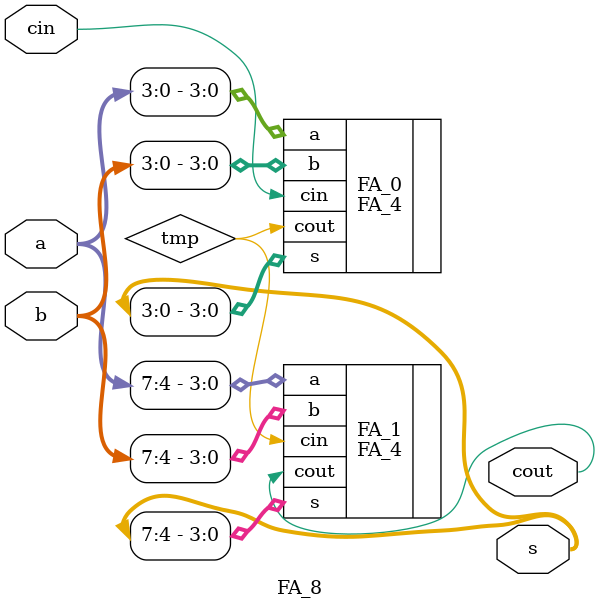
<source format=v>
module FA_8 (
	a,
	b,
	cin,
	s,
	cout
);
parameter DATA_WIDTH = 8;

input [DATA_WIDTH - 1: 0]a;
input [DATA_WIDTH - 1: 0]b;
input cin;
output [DATA_WIDTH -1 :0]s;
output cout;

wire tmp;

FA_4	FA_0(
			.a(a[3:0]), 
			.b (b[3:0]), 
			.cin(cin),       
			.s(s[3:0]), 
			.cout(tmp)
		);

FA_4 	FA_1(
			.a(a[7:4]), 
			.b (b[7:4]), 
			.cin(tmp),    
			.s(s[7:4]), 
			.cout(cout)
		);


endmodule
</source>
